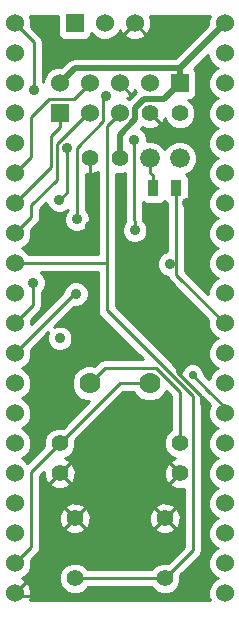
<source format=gbl>
G04 (created by PCBNEW (2013-mar-13)-testing) date Wed 17 Sep 2014 03:38:06 PM PDT*
%MOIN*%
G04 Gerber Fmt 3.4, Leading zero omitted, Abs format*
%FSLAX34Y34*%
G01*
G70*
G90*
G04 APERTURE LIST*
%ADD10C,0.005906*%
%ADD11C,0.055000*%
%ADD12C,0.066000*%
%ADD13R,0.060000X0.060000*%
%ADD14C,0.060000*%
%ADD15C,0.070000*%
%ADD16R,0.035000X0.055000*%
%ADD17C,0.035000*%
%ADD18C,0.028000*%
%ADD19C,0.010000*%
%ADD20C,0.020000*%
G04 APERTURE END LIST*
G54D10*
G54D11*
X57500Y-32000D03*
X56500Y-32000D03*
X59500Y-41500D03*
X59500Y-42500D03*
X55500Y-41500D03*
X55500Y-42500D03*
G54D12*
X58500Y-32000D03*
X59500Y-32000D03*
G54D13*
X56000Y-27500D03*
G54D14*
X57000Y-27500D03*
X58000Y-27500D03*
X54000Y-27500D03*
X54000Y-28500D03*
X54000Y-29500D03*
X54000Y-30500D03*
X54000Y-31500D03*
X54000Y-32500D03*
X54000Y-33500D03*
X54000Y-34500D03*
X54000Y-35500D03*
X54000Y-36500D03*
X54000Y-37500D03*
X54000Y-38500D03*
X54000Y-39500D03*
X54000Y-40500D03*
X54000Y-41500D03*
X54000Y-42500D03*
X54000Y-43500D03*
X54000Y-44500D03*
X54000Y-45500D03*
X54000Y-46500D03*
G54D13*
X55500Y-30500D03*
G54D14*
X55500Y-29500D03*
X56500Y-30500D03*
X56500Y-29500D03*
X57500Y-30500D03*
X57500Y-29500D03*
X61000Y-27500D03*
X61000Y-28500D03*
X61000Y-29500D03*
X61000Y-30500D03*
X61000Y-31500D03*
X61000Y-32500D03*
X61000Y-33500D03*
X61000Y-34500D03*
X61000Y-35500D03*
X61000Y-36500D03*
X61000Y-37500D03*
X61000Y-38500D03*
X61000Y-39500D03*
X61000Y-40500D03*
X61000Y-41500D03*
X61000Y-42500D03*
X61000Y-43500D03*
X61000Y-44500D03*
X61000Y-45500D03*
X61000Y-46500D03*
G54D11*
X59500Y-30500D03*
X58500Y-30500D03*
X59000Y-44000D03*
X59000Y-46000D03*
X56000Y-44000D03*
X56000Y-46000D03*
G54D15*
X56500Y-39500D03*
X58500Y-39500D03*
G54D13*
X59500Y-29500D03*
G54D14*
X58500Y-29500D03*
G54D16*
X59375Y-33000D03*
X58625Y-33000D03*
G54D17*
X55500Y-38000D03*
X57800Y-35400D03*
X56500Y-34250D03*
X57500Y-44000D03*
X57314Y-38333D03*
X59750Y-33500D03*
X54632Y-29728D03*
X55727Y-31671D03*
X55484Y-33397D03*
G54D18*
X59928Y-39228D03*
G54D17*
X56074Y-34035D03*
X57052Y-29937D03*
X58000Y-34400D03*
X57975Y-31378D03*
X54615Y-36150D03*
X56036Y-36521D03*
X59162Y-35523D03*
G54D19*
X54800Y-46600D02*
X54100Y-46600D01*
X54100Y-46600D02*
X54000Y-46500D01*
X60200Y-40200D02*
X60400Y-40400D01*
X59400Y-39119D02*
X60200Y-39919D01*
X60200Y-39919D02*
X60200Y-40200D01*
X59400Y-37400D02*
X59400Y-39000D01*
X58800Y-36800D02*
X59400Y-37400D01*
X58800Y-36400D02*
X58800Y-36800D01*
X57800Y-35400D02*
X58800Y-36400D01*
X59400Y-39000D02*
X59400Y-39119D01*
X60400Y-40400D02*
X60400Y-40800D01*
X56500Y-34250D02*
X56500Y-32000D01*
X58500Y-32449D02*
X58500Y-32000D01*
X58625Y-32574D02*
X58500Y-32449D01*
X58625Y-33000D02*
X58625Y-32574D01*
X54632Y-28132D02*
X54632Y-29728D01*
X54000Y-27500D02*
X54632Y-28132D01*
X55727Y-33154D02*
X55727Y-31671D01*
X55484Y-33397D02*
X55727Y-33154D01*
X54549Y-31950D02*
X54000Y-32500D01*
X54549Y-30625D02*
X54549Y-31950D01*
X55147Y-30027D02*
X54549Y-30625D01*
X55972Y-30027D02*
X55147Y-30027D01*
X56500Y-29500D02*
X55972Y-30027D01*
X55500Y-30500D02*
X55500Y-30950D01*
X55199Y-32300D02*
X54000Y-33500D01*
X55199Y-31250D02*
X55199Y-32300D01*
X55500Y-30950D02*
X55199Y-31250D01*
X54549Y-33950D02*
X54000Y-34500D01*
X54549Y-33564D02*
X54549Y-33950D01*
X55402Y-32711D02*
X54549Y-33564D01*
X55402Y-31536D02*
X55402Y-32711D01*
X56438Y-30500D02*
X55402Y-31536D01*
X56500Y-30500D02*
X56438Y-30500D01*
X61000Y-40300D02*
X60450Y-39750D01*
X60450Y-39750D02*
X59928Y-39228D01*
X56950Y-30039D02*
X57052Y-29937D01*
X56950Y-30766D02*
X56950Y-30039D01*
X56074Y-31642D02*
X56950Y-30766D01*
X56074Y-34035D02*
X56074Y-31642D01*
X57975Y-33738D02*
X57975Y-31378D01*
X58000Y-34400D02*
X57975Y-33738D01*
X54615Y-36884D02*
X54615Y-36150D01*
X54000Y-37500D02*
X54615Y-36884D01*
X55978Y-36521D02*
X56036Y-36521D01*
X54000Y-38500D02*
X55978Y-36521D01*
X59375Y-33000D02*
X59375Y-35523D01*
X59375Y-35875D02*
X61000Y-37500D01*
X59375Y-35523D02*
X59375Y-35875D01*
X59375Y-35523D02*
X59162Y-35523D01*
X56000Y-46000D02*
X59000Y-46000D01*
X57061Y-35500D02*
X54000Y-35500D01*
X57061Y-30938D02*
X57061Y-35500D01*
X57500Y-30500D02*
X57061Y-30938D01*
X59927Y-45072D02*
X59000Y-46000D01*
X59927Y-39929D02*
X59927Y-45072D01*
X57061Y-37063D02*
X59927Y-39929D01*
X57061Y-35500D02*
X57061Y-37063D01*
G54D20*
X58975Y-30024D02*
X59500Y-29500D01*
X58300Y-30024D02*
X58975Y-30024D01*
X58017Y-30307D02*
X58300Y-30024D01*
X58017Y-30704D02*
X58017Y-30307D01*
X57500Y-31222D02*
X58017Y-30704D01*
X57500Y-32000D02*
X57500Y-31222D01*
X59500Y-28999D02*
X61000Y-27500D01*
X59500Y-28999D02*
X59500Y-28999D01*
X59500Y-29500D02*
X59500Y-28999D01*
X56000Y-28999D02*
X59500Y-28999D01*
X55500Y-29500D02*
X56000Y-28999D01*
G54D19*
X57500Y-39500D02*
X55500Y-41500D01*
X58500Y-39500D02*
X57500Y-39500D01*
X54549Y-44950D02*
X54000Y-45500D01*
X54549Y-42450D02*
X54549Y-44950D01*
X55500Y-41500D02*
X54549Y-42450D01*
X59500Y-39789D02*
X59500Y-41500D01*
X58705Y-38995D02*
X59500Y-39789D01*
X57004Y-38995D02*
X58705Y-38995D01*
X56500Y-39500D02*
X57004Y-38995D01*
G54D10*
G36*
X56505Y-32005D02*
X56505Y-32005D01*
X56500Y-32000D01*
X56494Y-32005D01*
X56494Y-32005D01*
X56499Y-32000D01*
X56494Y-31994D01*
X56494Y-31994D01*
X56500Y-31999D01*
X56505Y-31994D01*
X56505Y-31994D01*
X56500Y-32000D01*
X56505Y-32005D01*
X56505Y-32005D01*
G37*
G54D19*
X56505Y-32005D02*
X56505Y-32005D01*
X56500Y-32000D01*
X56494Y-32005D01*
X56494Y-32005D01*
X56499Y-32000D01*
X56494Y-31994D01*
X56494Y-31994D01*
X56500Y-31999D01*
X56505Y-31994D01*
X56505Y-31994D01*
X56500Y-32000D01*
X56505Y-32005D01*
G54D10*
G36*
X56761Y-35200D02*
X54471Y-35200D01*
X54466Y-35188D01*
X54311Y-35034D01*
X54230Y-35000D01*
X54311Y-34966D01*
X54465Y-34811D01*
X54549Y-34609D01*
X54550Y-34391D01*
X54545Y-34379D01*
X54761Y-34162D01*
X54761Y-34162D01*
X54800Y-34103D01*
X54827Y-34064D01*
X54827Y-34064D01*
X54849Y-33950D01*
X54849Y-33688D01*
X55059Y-33478D01*
X55059Y-33481D01*
X55124Y-33637D01*
X55243Y-33757D01*
X55399Y-33822D01*
X55569Y-33822D01*
X55725Y-33758D01*
X55774Y-33709D01*
X55774Y-33733D01*
X55714Y-33793D01*
X55649Y-33950D01*
X55649Y-34119D01*
X55713Y-34275D01*
X55833Y-34395D01*
X55989Y-34459D01*
X56158Y-34460D01*
X56314Y-34395D01*
X56434Y-34276D01*
X56499Y-34119D01*
X56499Y-33950D01*
X56434Y-33794D01*
X56374Y-33733D01*
X56374Y-32520D01*
X56375Y-32520D01*
X56583Y-32528D01*
X56761Y-32463D01*
X56761Y-35200D01*
X56761Y-35200D01*
G37*
G54D19*
X56761Y-35200D02*
X54471Y-35200D01*
X54466Y-35188D01*
X54311Y-35034D01*
X54230Y-35000D01*
X54311Y-34966D01*
X54465Y-34811D01*
X54549Y-34609D01*
X54550Y-34391D01*
X54545Y-34379D01*
X54761Y-34162D01*
X54761Y-34162D01*
X54800Y-34103D01*
X54827Y-34064D01*
X54827Y-34064D01*
X54849Y-33950D01*
X54849Y-33688D01*
X55059Y-33478D01*
X55059Y-33481D01*
X55124Y-33637D01*
X55243Y-33757D01*
X55399Y-33822D01*
X55569Y-33822D01*
X55725Y-33758D01*
X55774Y-33709D01*
X55774Y-33733D01*
X55714Y-33793D01*
X55649Y-33950D01*
X55649Y-34119D01*
X55713Y-34275D01*
X55833Y-34395D01*
X55989Y-34459D01*
X56158Y-34460D01*
X56314Y-34395D01*
X56434Y-34276D01*
X56499Y-34119D01*
X56499Y-33950D01*
X56434Y-33794D01*
X56374Y-33733D01*
X56374Y-32520D01*
X56375Y-32520D01*
X56583Y-32528D01*
X56761Y-32463D01*
X56761Y-35200D01*
G54D10*
G36*
X58027Y-29802D02*
X57800Y-30029D01*
X57731Y-30000D01*
X57793Y-29978D01*
X57829Y-29953D01*
X57852Y-29852D01*
X57500Y-29500D01*
X57494Y-29505D01*
X57494Y-29505D01*
X57499Y-29500D01*
X57494Y-29494D01*
X57494Y-29494D01*
X57500Y-29499D01*
X57505Y-29494D01*
X57505Y-29494D01*
X57500Y-29500D01*
X57852Y-29852D01*
X57953Y-29829D01*
X57999Y-29731D01*
X58021Y-29793D01*
X58027Y-29802D01*
X58027Y-29802D01*
G37*
G54D19*
X58027Y-29802D02*
X57800Y-30029D01*
X57731Y-30000D01*
X57793Y-29978D01*
X57829Y-29953D01*
X57852Y-29852D01*
X57500Y-29500D01*
X57494Y-29505D01*
X57494Y-29505D01*
X57499Y-29500D01*
X57494Y-29494D01*
X57494Y-29494D01*
X57500Y-29499D01*
X57505Y-29494D01*
X57505Y-29494D01*
X57500Y-29500D01*
X57852Y-29852D01*
X57953Y-29829D01*
X57999Y-29731D01*
X58021Y-29793D01*
X58027Y-29802D01*
G54D10*
G36*
X58269Y-38695D02*
X57004Y-38695D01*
X56889Y-38718D01*
X56792Y-38783D01*
X56659Y-38916D01*
X56619Y-38900D01*
X56381Y-38899D01*
X56160Y-38991D01*
X55991Y-39159D01*
X55900Y-39380D01*
X55899Y-39618D01*
X55991Y-39839D01*
X56159Y-40008D01*
X56380Y-40099D01*
X56475Y-40099D01*
X55600Y-40975D01*
X55396Y-40974D01*
X55203Y-41054D01*
X55055Y-41202D01*
X54975Y-41395D01*
X54974Y-41600D01*
X54426Y-42148D01*
X54311Y-42034D01*
X54230Y-42000D01*
X54311Y-41966D01*
X54465Y-41811D01*
X54549Y-41609D01*
X54550Y-41391D01*
X54466Y-41188D01*
X54311Y-41034D01*
X54230Y-41000D01*
X54311Y-40966D01*
X54465Y-40811D01*
X54549Y-40609D01*
X54550Y-40391D01*
X54466Y-40188D01*
X54311Y-40034D01*
X54230Y-40000D01*
X54311Y-39966D01*
X54465Y-39811D01*
X54549Y-39609D01*
X54550Y-39391D01*
X54466Y-39188D01*
X54311Y-39034D01*
X54230Y-39000D01*
X54311Y-38966D01*
X54465Y-38811D01*
X54549Y-38609D01*
X54550Y-38391D01*
X54545Y-38379D01*
X55121Y-37802D01*
X55075Y-37915D01*
X55074Y-38084D01*
X55139Y-38240D01*
X55258Y-38360D01*
X55415Y-38424D01*
X55584Y-38425D01*
X55740Y-38360D01*
X55860Y-38241D01*
X55924Y-38084D01*
X55925Y-37915D01*
X55860Y-37759D01*
X55741Y-37639D01*
X55584Y-37575D01*
X55415Y-37574D01*
X55302Y-37621D01*
X55978Y-36946D01*
X56120Y-36946D01*
X56276Y-36881D01*
X56396Y-36762D01*
X56461Y-36606D01*
X56461Y-36437D01*
X56396Y-36280D01*
X56277Y-36161D01*
X56121Y-36096D01*
X55952Y-36096D01*
X55795Y-36160D01*
X55676Y-36280D01*
X55611Y-36436D01*
X55611Y-36464D01*
X54549Y-37525D01*
X54550Y-37391D01*
X54545Y-37379D01*
X54827Y-37096D01*
X54892Y-36998D01*
X54892Y-36998D01*
X54915Y-36884D01*
X54915Y-36451D01*
X54975Y-36391D01*
X55040Y-36235D01*
X55040Y-36065D01*
X54976Y-35909D01*
X54866Y-35800D01*
X56761Y-35800D01*
X56761Y-37063D01*
X56784Y-37178D01*
X56849Y-37275D01*
X58269Y-38695D01*
X58269Y-38695D01*
G37*
G54D19*
X58269Y-38695D02*
X57004Y-38695D01*
X56889Y-38718D01*
X56792Y-38783D01*
X56659Y-38916D01*
X56619Y-38900D01*
X56381Y-38899D01*
X56160Y-38991D01*
X55991Y-39159D01*
X55900Y-39380D01*
X55899Y-39618D01*
X55991Y-39839D01*
X56159Y-40008D01*
X56380Y-40099D01*
X56475Y-40099D01*
X55600Y-40975D01*
X55396Y-40974D01*
X55203Y-41054D01*
X55055Y-41202D01*
X54975Y-41395D01*
X54974Y-41600D01*
X54426Y-42148D01*
X54311Y-42034D01*
X54230Y-42000D01*
X54311Y-41966D01*
X54465Y-41811D01*
X54549Y-41609D01*
X54550Y-41391D01*
X54466Y-41188D01*
X54311Y-41034D01*
X54230Y-41000D01*
X54311Y-40966D01*
X54465Y-40811D01*
X54549Y-40609D01*
X54550Y-40391D01*
X54466Y-40188D01*
X54311Y-40034D01*
X54230Y-40000D01*
X54311Y-39966D01*
X54465Y-39811D01*
X54549Y-39609D01*
X54550Y-39391D01*
X54466Y-39188D01*
X54311Y-39034D01*
X54230Y-39000D01*
X54311Y-38966D01*
X54465Y-38811D01*
X54549Y-38609D01*
X54550Y-38391D01*
X54545Y-38379D01*
X55121Y-37802D01*
X55075Y-37915D01*
X55074Y-38084D01*
X55139Y-38240D01*
X55258Y-38360D01*
X55415Y-38424D01*
X55584Y-38425D01*
X55740Y-38360D01*
X55860Y-38241D01*
X55924Y-38084D01*
X55925Y-37915D01*
X55860Y-37759D01*
X55741Y-37639D01*
X55584Y-37575D01*
X55415Y-37574D01*
X55302Y-37621D01*
X55978Y-36946D01*
X56120Y-36946D01*
X56276Y-36881D01*
X56396Y-36762D01*
X56461Y-36606D01*
X56461Y-36437D01*
X56396Y-36280D01*
X56277Y-36161D01*
X56121Y-36096D01*
X55952Y-36096D01*
X55795Y-36160D01*
X55676Y-36280D01*
X55611Y-36436D01*
X55611Y-36464D01*
X54549Y-37525D01*
X54550Y-37391D01*
X54545Y-37379D01*
X54827Y-37096D01*
X54892Y-36998D01*
X54892Y-36998D01*
X54915Y-36884D01*
X54915Y-36451D01*
X54975Y-36391D01*
X55040Y-36235D01*
X55040Y-36065D01*
X54976Y-35909D01*
X54866Y-35800D01*
X56761Y-35800D01*
X56761Y-37063D01*
X56784Y-37178D01*
X56849Y-37275D01*
X58269Y-38695D01*
G54D10*
G36*
X58505Y-29505D02*
X58505Y-29505D01*
X58500Y-29500D01*
X58494Y-29505D01*
X58494Y-29505D01*
X58499Y-29500D01*
X58494Y-29494D01*
X58494Y-29494D01*
X58500Y-29499D01*
X58505Y-29494D01*
X58505Y-29494D01*
X58500Y-29500D01*
X58505Y-29505D01*
X58505Y-29505D01*
G37*
G54D19*
X58505Y-29505D02*
X58505Y-29505D01*
X58500Y-29500D01*
X58494Y-29505D01*
X58494Y-29505D01*
X58499Y-29500D01*
X58494Y-29494D01*
X58494Y-29494D01*
X58500Y-29499D01*
X58505Y-29494D01*
X58505Y-29494D01*
X58500Y-29500D01*
X58505Y-29505D01*
G54D10*
G36*
X60500Y-27269D02*
X60450Y-27390D01*
X60449Y-27555D01*
X59355Y-28649D01*
X58352Y-28649D01*
X58352Y-27852D01*
X58000Y-27500D01*
X57647Y-27852D01*
X57670Y-27953D01*
X57869Y-28045D01*
X58087Y-28053D01*
X58293Y-27978D01*
X58329Y-27953D01*
X58352Y-27852D01*
X58352Y-28649D01*
X56000Y-28649D01*
X55866Y-28676D01*
X55752Y-28752D01*
X55554Y-28950D01*
X55391Y-28949D01*
X55188Y-29033D01*
X55034Y-29188D01*
X54950Y-29390D01*
X54950Y-29445D01*
X54932Y-29427D01*
X54932Y-28132D01*
X54909Y-28017D01*
X54909Y-28017D01*
X54883Y-27978D01*
X54844Y-27920D01*
X54545Y-27621D01*
X54549Y-27609D01*
X54550Y-27391D01*
X54499Y-27269D01*
X55450Y-27269D01*
X55450Y-27849D01*
X55488Y-27941D01*
X55558Y-28011D01*
X55650Y-28050D01*
X55749Y-28050D01*
X56349Y-28050D01*
X56441Y-28011D01*
X56511Y-27941D01*
X56550Y-27849D01*
X56550Y-27827D01*
X56688Y-27965D01*
X56890Y-28049D01*
X57108Y-28050D01*
X57311Y-27966D01*
X57465Y-27811D01*
X57499Y-27731D01*
X57521Y-27793D01*
X57546Y-27829D01*
X57647Y-27852D01*
X57999Y-27500D01*
X57994Y-27494D01*
X57994Y-27494D01*
X58000Y-27499D01*
X58005Y-27494D01*
X58005Y-27494D01*
X58000Y-27500D01*
X58352Y-27852D01*
X58453Y-27829D01*
X58545Y-27630D01*
X58553Y-27412D01*
X58501Y-27269D01*
X60500Y-27269D01*
X60500Y-27269D01*
G37*
G54D19*
X60500Y-27269D02*
X60450Y-27390D01*
X60449Y-27555D01*
X59355Y-28649D01*
X58352Y-28649D01*
X58352Y-27852D01*
X58000Y-27500D01*
X57647Y-27852D01*
X57670Y-27953D01*
X57869Y-28045D01*
X58087Y-28053D01*
X58293Y-27978D01*
X58329Y-27953D01*
X58352Y-27852D01*
X58352Y-28649D01*
X56000Y-28649D01*
X55866Y-28676D01*
X55752Y-28752D01*
X55554Y-28950D01*
X55391Y-28949D01*
X55188Y-29033D01*
X55034Y-29188D01*
X54950Y-29390D01*
X54950Y-29445D01*
X54932Y-29427D01*
X54932Y-28132D01*
X54909Y-28017D01*
X54909Y-28017D01*
X54883Y-27978D01*
X54844Y-27920D01*
X54545Y-27621D01*
X54549Y-27609D01*
X54550Y-27391D01*
X54499Y-27269D01*
X55450Y-27269D01*
X55450Y-27849D01*
X55488Y-27941D01*
X55558Y-28011D01*
X55650Y-28050D01*
X55749Y-28050D01*
X56349Y-28050D01*
X56441Y-28011D01*
X56511Y-27941D01*
X56550Y-27849D01*
X56550Y-27827D01*
X56688Y-27965D01*
X56890Y-28049D01*
X57108Y-28050D01*
X57311Y-27966D01*
X57465Y-27811D01*
X57499Y-27731D01*
X57521Y-27793D01*
X57546Y-27829D01*
X57647Y-27852D01*
X57999Y-27500D01*
X57994Y-27494D01*
X57994Y-27494D01*
X58000Y-27499D01*
X58005Y-27494D01*
X58005Y-27494D01*
X58000Y-27500D01*
X58352Y-27852D01*
X58453Y-27829D01*
X58545Y-27630D01*
X58553Y-27412D01*
X58501Y-27269D01*
X60500Y-27269D01*
G54D10*
G36*
X60769Y-35999D02*
X60688Y-36033D01*
X60534Y-36188D01*
X60450Y-36390D01*
X60449Y-36525D01*
X59675Y-35750D01*
X59675Y-35523D01*
X59675Y-33493D01*
X59691Y-33486D01*
X59761Y-33416D01*
X59800Y-33324D01*
X59800Y-33225D01*
X59800Y-32675D01*
X59761Y-32583D01*
X59716Y-32538D01*
X59828Y-32491D01*
X59991Y-32328D01*
X60079Y-32115D01*
X60080Y-31885D01*
X59991Y-31671D01*
X59828Y-31508D01*
X59615Y-31420D01*
X59385Y-31419D01*
X59171Y-31508D01*
X59008Y-31671D01*
X59000Y-31691D01*
X58991Y-31671D01*
X58828Y-31508D01*
X58615Y-31420D01*
X58400Y-31419D01*
X58401Y-31294D01*
X58336Y-31137D01*
X58217Y-31018D01*
X58204Y-31012D01*
X58252Y-30964D01*
X58375Y-31020D01*
X58583Y-31028D01*
X58779Y-30956D01*
X58814Y-30933D01*
X58834Y-30834D01*
X58500Y-30500D01*
X58494Y-30505D01*
X58494Y-30505D01*
X58499Y-30500D01*
X58494Y-30494D01*
X58494Y-30494D01*
X58500Y-30499D01*
X58505Y-30494D01*
X58505Y-30494D01*
X58500Y-30500D01*
X58834Y-30834D01*
X58933Y-30814D01*
X59001Y-30667D01*
X59054Y-30797D01*
X59202Y-30944D01*
X59395Y-31024D01*
X59603Y-31025D01*
X59797Y-30945D01*
X59944Y-30797D01*
X60024Y-30604D01*
X60025Y-30396D01*
X59945Y-30203D01*
X59797Y-30055D01*
X59785Y-30050D01*
X59849Y-30050D01*
X59941Y-30011D01*
X60011Y-29941D01*
X60050Y-29849D01*
X60050Y-29750D01*
X60050Y-29150D01*
X60011Y-29058D01*
X59974Y-29020D01*
X60449Y-28545D01*
X60449Y-28608D01*
X60533Y-28811D01*
X60688Y-28965D01*
X60769Y-28999D01*
X60688Y-29033D01*
X60534Y-29188D01*
X60450Y-29390D01*
X60449Y-29608D01*
X60533Y-29811D01*
X60688Y-29965D01*
X60769Y-29999D01*
X60688Y-30033D01*
X60534Y-30188D01*
X60450Y-30390D01*
X60449Y-30608D01*
X60533Y-30811D01*
X60688Y-30965D01*
X60769Y-30999D01*
X60688Y-31033D01*
X60534Y-31188D01*
X60450Y-31390D01*
X60449Y-31608D01*
X60533Y-31811D01*
X60688Y-31965D01*
X60769Y-31999D01*
X60688Y-32033D01*
X60534Y-32188D01*
X60450Y-32390D01*
X60449Y-32608D01*
X60533Y-32811D01*
X60688Y-32965D01*
X60769Y-32999D01*
X60688Y-33033D01*
X60534Y-33188D01*
X60450Y-33390D01*
X60449Y-33608D01*
X60533Y-33811D01*
X60688Y-33965D01*
X60769Y-33999D01*
X60688Y-34033D01*
X60534Y-34188D01*
X60450Y-34390D01*
X60449Y-34608D01*
X60533Y-34811D01*
X60688Y-34965D01*
X60769Y-34999D01*
X60688Y-35033D01*
X60534Y-35188D01*
X60450Y-35390D01*
X60449Y-35608D01*
X60533Y-35811D01*
X60688Y-35965D01*
X60769Y-35999D01*
X60769Y-35999D01*
G37*
G54D19*
X60769Y-35999D02*
X60688Y-36033D01*
X60534Y-36188D01*
X60450Y-36390D01*
X60449Y-36525D01*
X59675Y-35750D01*
X59675Y-35523D01*
X59675Y-33493D01*
X59691Y-33486D01*
X59761Y-33416D01*
X59800Y-33324D01*
X59800Y-33225D01*
X59800Y-32675D01*
X59761Y-32583D01*
X59716Y-32538D01*
X59828Y-32491D01*
X59991Y-32328D01*
X60079Y-32115D01*
X60080Y-31885D01*
X59991Y-31671D01*
X59828Y-31508D01*
X59615Y-31420D01*
X59385Y-31419D01*
X59171Y-31508D01*
X59008Y-31671D01*
X59000Y-31691D01*
X58991Y-31671D01*
X58828Y-31508D01*
X58615Y-31420D01*
X58400Y-31419D01*
X58401Y-31294D01*
X58336Y-31137D01*
X58217Y-31018D01*
X58204Y-31012D01*
X58252Y-30964D01*
X58375Y-31020D01*
X58583Y-31028D01*
X58779Y-30956D01*
X58814Y-30933D01*
X58834Y-30834D01*
X58500Y-30500D01*
X58494Y-30505D01*
X58494Y-30505D01*
X58499Y-30500D01*
X58494Y-30494D01*
X58494Y-30494D01*
X58500Y-30499D01*
X58505Y-30494D01*
X58505Y-30494D01*
X58500Y-30500D01*
X58834Y-30834D01*
X58933Y-30814D01*
X59001Y-30667D01*
X59054Y-30797D01*
X59202Y-30944D01*
X59395Y-31024D01*
X59603Y-31025D01*
X59797Y-30945D01*
X59944Y-30797D01*
X60024Y-30604D01*
X60025Y-30396D01*
X59945Y-30203D01*
X59797Y-30055D01*
X59785Y-30050D01*
X59849Y-30050D01*
X59941Y-30011D01*
X60011Y-29941D01*
X60050Y-29849D01*
X60050Y-29750D01*
X60050Y-29150D01*
X60011Y-29058D01*
X59974Y-29020D01*
X60449Y-28545D01*
X60449Y-28608D01*
X60533Y-28811D01*
X60688Y-28965D01*
X60769Y-28999D01*
X60688Y-29033D01*
X60534Y-29188D01*
X60450Y-29390D01*
X60449Y-29608D01*
X60533Y-29811D01*
X60688Y-29965D01*
X60769Y-29999D01*
X60688Y-30033D01*
X60534Y-30188D01*
X60450Y-30390D01*
X60449Y-30608D01*
X60533Y-30811D01*
X60688Y-30965D01*
X60769Y-30999D01*
X60688Y-31033D01*
X60534Y-31188D01*
X60450Y-31390D01*
X60449Y-31608D01*
X60533Y-31811D01*
X60688Y-31965D01*
X60769Y-31999D01*
X60688Y-32033D01*
X60534Y-32188D01*
X60450Y-32390D01*
X60449Y-32608D01*
X60533Y-32811D01*
X60688Y-32965D01*
X60769Y-32999D01*
X60688Y-33033D01*
X60534Y-33188D01*
X60450Y-33390D01*
X60449Y-33608D01*
X60533Y-33811D01*
X60688Y-33965D01*
X60769Y-33999D01*
X60688Y-34033D01*
X60534Y-34188D01*
X60450Y-34390D01*
X60449Y-34608D01*
X60533Y-34811D01*
X60688Y-34965D01*
X60769Y-34999D01*
X60688Y-35033D01*
X60534Y-35188D01*
X60450Y-35390D01*
X60449Y-35608D01*
X60533Y-35811D01*
X60688Y-35965D01*
X60769Y-35999D01*
G54D10*
G36*
X60769Y-38999D02*
X60688Y-39033D01*
X60534Y-39188D01*
X60468Y-39344D01*
X60318Y-39194D01*
X60318Y-39151D01*
X60259Y-39008D01*
X60149Y-38898D01*
X60006Y-38838D01*
X59851Y-38838D01*
X59708Y-38897D01*
X59598Y-39007D01*
X59548Y-39126D01*
X57361Y-36939D01*
X57361Y-35500D01*
X57361Y-32510D01*
X57395Y-32524D01*
X57603Y-32525D01*
X57675Y-32495D01*
X57675Y-33738D01*
X57677Y-33743D01*
X57676Y-33748D01*
X57689Y-34109D01*
X57639Y-34158D01*
X57575Y-34315D01*
X57574Y-34484D01*
X57639Y-34640D01*
X57758Y-34760D01*
X57915Y-34824D01*
X58084Y-34825D01*
X58240Y-34760D01*
X58360Y-34641D01*
X58424Y-34484D01*
X58425Y-34315D01*
X58360Y-34159D01*
X58288Y-34087D01*
X58275Y-33732D01*
X58275Y-33454D01*
X58308Y-33486D01*
X58400Y-33525D01*
X58499Y-33525D01*
X58849Y-33525D01*
X58941Y-33486D01*
X59000Y-33428D01*
X59058Y-33486D01*
X59075Y-33493D01*
X59075Y-35099D01*
X58922Y-35162D01*
X58802Y-35282D01*
X58737Y-35438D01*
X58737Y-35607D01*
X58801Y-35763D01*
X58921Y-35883D01*
X59077Y-35948D01*
X59089Y-35948D01*
X59097Y-35989D01*
X59162Y-36087D01*
X60454Y-37378D01*
X60450Y-37390D01*
X60449Y-37608D01*
X60533Y-37811D01*
X60688Y-37965D01*
X60769Y-37999D01*
X60688Y-38033D01*
X60534Y-38188D01*
X60450Y-38390D01*
X60449Y-38608D01*
X60533Y-38811D01*
X60688Y-38965D01*
X60769Y-38999D01*
X60769Y-38999D01*
G37*
G54D19*
X60769Y-38999D02*
X60688Y-39033D01*
X60534Y-39188D01*
X60468Y-39344D01*
X60318Y-39194D01*
X60318Y-39151D01*
X60259Y-39008D01*
X60149Y-38898D01*
X60006Y-38838D01*
X59851Y-38838D01*
X59708Y-38897D01*
X59598Y-39007D01*
X59548Y-39126D01*
X57361Y-36939D01*
X57361Y-35500D01*
X57361Y-32510D01*
X57395Y-32524D01*
X57603Y-32525D01*
X57675Y-32495D01*
X57675Y-33738D01*
X57677Y-33743D01*
X57676Y-33748D01*
X57689Y-34109D01*
X57639Y-34158D01*
X57575Y-34315D01*
X57574Y-34484D01*
X57639Y-34640D01*
X57758Y-34760D01*
X57915Y-34824D01*
X58084Y-34825D01*
X58240Y-34760D01*
X58360Y-34641D01*
X58424Y-34484D01*
X58425Y-34315D01*
X58360Y-34159D01*
X58288Y-34087D01*
X58275Y-33732D01*
X58275Y-33454D01*
X58308Y-33486D01*
X58400Y-33525D01*
X58499Y-33525D01*
X58849Y-33525D01*
X58941Y-33486D01*
X59000Y-33428D01*
X59058Y-33486D01*
X59075Y-33493D01*
X59075Y-35099D01*
X58922Y-35162D01*
X58802Y-35282D01*
X58737Y-35438D01*
X58737Y-35607D01*
X58801Y-35763D01*
X58921Y-35883D01*
X59077Y-35948D01*
X59089Y-35948D01*
X59097Y-35989D01*
X59162Y-36087D01*
X60454Y-37378D01*
X60450Y-37390D01*
X60449Y-37608D01*
X60533Y-37811D01*
X60688Y-37965D01*
X60769Y-37999D01*
X60688Y-38033D01*
X60534Y-38188D01*
X60450Y-38390D01*
X60449Y-38608D01*
X60533Y-38811D01*
X60688Y-38965D01*
X60769Y-38999D01*
G54D10*
G36*
X60769Y-45999D02*
X60688Y-46033D01*
X60534Y-46188D01*
X60450Y-46390D01*
X60449Y-46608D01*
X60500Y-46730D01*
X54499Y-46730D01*
X54545Y-46630D01*
X54553Y-46412D01*
X54478Y-46206D01*
X54453Y-46170D01*
X54352Y-46147D01*
X54000Y-46500D01*
X54005Y-46505D01*
X54005Y-46505D01*
X54000Y-46500D01*
X53994Y-46505D01*
X53994Y-46505D01*
X53999Y-46500D01*
X53994Y-46494D01*
X53994Y-46494D01*
X54000Y-46499D01*
X54352Y-46147D01*
X54329Y-46046D01*
X54229Y-46000D01*
X54311Y-45966D01*
X54465Y-45811D01*
X54549Y-45609D01*
X54550Y-45391D01*
X54545Y-45379D01*
X54761Y-45162D01*
X54761Y-45162D01*
X54800Y-45103D01*
X54827Y-45064D01*
X54827Y-45064D01*
X54849Y-44950D01*
X54849Y-42574D01*
X54976Y-42447D01*
X54971Y-42583D01*
X55043Y-42779D01*
X55066Y-42814D01*
X55165Y-42834D01*
X55499Y-42500D01*
X55494Y-42494D01*
X55494Y-42494D01*
X55500Y-42499D01*
X55834Y-42165D01*
X55814Y-42066D01*
X55667Y-41998D01*
X55797Y-41945D01*
X55944Y-41797D01*
X56024Y-41604D01*
X56025Y-41399D01*
X57624Y-39800D01*
X57974Y-39800D01*
X57991Y-39839D01*
X58159Y-40008D01*
X58380Y-40099D01*
X58618Y-40100D01*
X58839Y-40008D01*
X59008Y-39840D01*
X59042Y-39756D01*
X59200Y-39913D01*
X59200Y-41057D01*
X59055Y-41202D01*
X58975Y-41395D01*
X58974Y-41603D01*
X59054Y-41797D01*
X59202Y-41944D01*
X59336Y-42000D01*
X59220Y-42043D01*
X59185Y-42066D01*
X59165Y-42165D01*
X59500Y-42499D01*
X59505Y-42494D01*
X59505Y-42494D01*
X59500Y-42500D01*
X59505Y-42505D01*
X59505Y-42505D01*
X59500Y-42500D01*
X59499Y-42500D01*
X59499Y-42500D01*
X59165Y-42165D01*
X59066Y-42185D01*
X58979Y-42375D01*
X58971Y-42583D01*
X59043Y-42779D01*
X59066Y-42814D01*
X59165Y-42834D01*
X59499Y-42500D01*
X59499Y-42500D01*
X59165Y-42834D01*
X59185Y-42933D01*
X59375Y-43020D01*
X59583Y-43028D01*
X59627Y-43012D01*
X59627Y-44947D01*
X59528Y-45047D01*
X59528Y-43916D01*
X59456Y-43720D01*
X59433Y-43685D01*
X59334Y-43665D01*
X59334Y-43666D01*
X59334Y-43665D01*
X59314Y-43566D01*
X59124Y-43479D01*
X58916Y-43471D01*
X58720Y-43543D01*
X58685Y-43566D01*
X58665Y-43665D01*
X59000Y-43999D01*
X59334Y-43665D01*
X59334Y-43666D01*
X59000Y-44000D01*
X59334Y-44334D01*
X59433Y-44314D01*
X59520Y-44124D01*
X59528Y-43916D01*
X59528Y-45047D01*
X59334Y-45241D01*
X59334Y-44334D01*
X59000Y-44000D01*
X58999Y-44000D01*
X58999Y-44000D01*
X58665Y-43665D01*
X58566Y-43685D01*
X58479Y-43875D01*
X58471Y-44083D01*
X58543Y-44279D01*
X58566Y-44314D01*
X58665Y-44334D01*
X58999Y-44000D01*
X58999Y-44000D01*
X58665Y-44334D01*
X58685Y-44433D01*
X58875Y-44520D01*
X59083Y-44528D01*
X59279Y-44456D01*
X59314Y-44433D01*
X59334Y-44334D01*
X59334Y-45241D01*
X59100Y-45475D01*
X58896Y-45474D01*
X58703Y-45554D01*
X58557Y-45700D01*
X56528Y-45700D01*
X56528Y-43916D01*
X56456Y-43720D01*
X56433Y-43685D01*
X56334Y-43665D01*
X56334Y-43666D01*
X56334Y-43665D01*
X56314Y-43566D01*
X56124Y-43479D01*
X56028Y-43475D01*
X56028Y-42416D01*
X55956Y-42220D01*
X55933Y-42185D01*
X55834Y-42165D01*
X55500Y-42500D01*
X55834Y-42834D01*
X55933Y-42814D01*
X56020Y-42624D01*
X56028Y-42416D01*
X56028Y-43475D01*
X55916Y-43471D01*
X55834Y-43501D01*
X55834Y-42834D01*
X55500Y-42500D01*
X55165Y-42834D01*
X55185Y-42933D01*
X55375Y-43020D01*
X55583Y-43028D01*
X55779Y-42956D01*
X55814Y-42933D01*
X55834Y-42834D01*
X55834Y-43501D01*
X55720Y-43543D01*
X55685Y-43566D01*
X55665Y-43665D01*
X56000Y-43999D01*
X56334Y-43665D01*
X56334Y-43666D01*
X56000Y-44000D01*
X56334Y-44334D01*
X56433Y-44314D01*
X56520Y-44124D01*
X56528Y-43916D01*
X56528Y-45700D01*
X56442Y-45700D01*
X56334Y-45591D01*
X56334Y-44334D01*
X56000Y-44000D01*
X55999Y-44000D01*
X55999Y-44000D01*
X55665Y-43665D01*
X55566Y-43685D01*
X55479Y-43875D01*
X55471Y-44083D01*
X55543Y-44279D01*
X55566Y-44314D01*
X55665Y-44334D01*
X55999Y-44000D01*
X55999Y-44000D01*
X55665Y-44334D01*
X55685Y-44433D01*
X55875Y-44520D01*
X56083Y-44528D01*
X56279Y-44456D01*
X56314Y-44433D01*
X56334Y-44334D01*
X56334Y-45591D01*
X56297Y-45555D01*
X56104Y-45475D01*
X55896Y-45474D01*
X55703Y-45554D01*
X55555Y-45702D01*
X55475Y-45895D01*
X55474Y-46103D01*
X55554Y-46297D01*
X55702Y-46444D01*
X55895Y-46524D01*
X56103Y-46525D01*
X56297Y-46445D01*
X56442Y-46300D01*
X58557Y-46300D01*
X58702Y-46444D01*
X58895Y-46524D01*
X59103Y-46525D01*
X59297Y-46445D01*
X59444Y-46297D01*
X59524Y-46104D01*
X59525Y-45899D01*
X60139Y-45284D01*
X60204Y-45186D01*
X60227Y-45072D01*
X60227Y-45072D01*
X60227Y-39952D01*
X60237Y-39962D01*
X60237Y-39962D01*
X60513Y-40237D01*
X60450Y-40390D01*
X60449Y-40608D01*
X60533Y-40811D01*
X60688Y-40965D01*
X60769Y-40999D01*
X60688Y-41033D01*
X60534Y-41188D01*
X60450Y-41390D01*
X60449Y-41608D01*
X60533Y-41811D01*
X60688Y-41965D01*
X60769Y-41999D01*
X60688Y-42033D01*
X60534Y-42188D01*
X60450Y-42390D01*
X60449Y-42608D01*
X60533Y-42811D01*
X60688Y-42965D01*
X60769Y-42999D01*
X60688Y-43033D01*
X60534Y-43188D01*
X60450Y-43390D01*
X60449Y-43608D01*
X60533Y-43811D01*
X60688Y-43965D01*
X60769Y-43999D01*
X60688Y-44033D01*
X60534Y-44188D01*
X60450Y-44390D01*
X60449Y-44608D01*
X60533Y-44811D01*
X60688Y-44965D01*
X60769Y-44999D01*
X60688Y-45033D01*
X60534Y-45188D01*
X60450Y-45390D01*
X60449Y-45608D01*
X60533Y-45811D01*
X60688Y-45965D01*
X60769Y-45999D01*
X60769Y-45999D01*
G37*
G54D19*
X60769Y-45999D02*
X60688Y-46033D01*
X60534Y-46188D01*
X60450Y-46390D01*
X60449Y-46608D01*
X60500Y-46730D01*
X54499Y-46730D01*
X54545Y-46630D01*
X54553Y-46412D01*
X54478Y-46206D01*
X54453Y-46170D01*
X54352Y-46147D01*
X54000Y-46500D01*
X54005Y-46505D01*
X54005Y-46505D01*
X54000Y-46500D01*
X53994Y-46505D01*
X53994Y-46505D01*
X53999Y-46500D01*
X53994Y-46494D01*
X53994Y-46494D01*
X54000Y-46499D01*
X54352Y-46147D01*
X54329Y-46046D01*
X54229Y-46000D01*
X54311Y-45966D01*
X54465Y-45811D01*
X54549Y-45609D01*
X54550Y-45391D01*
X54545Y-45379D01*
X54761Y-45162D01*
X54761Y-45162D01*
X54800Y-45103D01*
X54827Y-45064D01*
X54827Y-45064D01*
X54849Y-44950D01*
X54849Y-42574D01*
X54976Y-42447D01*
X54971Y-42583D01*
X55043Y-42779D01*
X55066Y-42814D01*
X55165Y-42834D01*
X55499Y-42500D01*
X55494Y-42494D01*
X55494Y-42494D01*
X55500Y-42499D01*
X55834Y-42165D01*
X55814Y-42066D01*
X55667Y-41998D01*
X55797Y-41945D01*
X55944Y-41797D01*
X56024Y-41604D01*
X56025Y-41399D01*
X57624Y-39800D01*
X57974Y-39800D01*
X57991Y-39839D01*
X58159Y-40008D01*
X58380Y-40099D01*
X58618Y-40100D01*
X58839Y-40008D01*
X59008Y-39840D01*
X59042Y-39756D01*
X59200Y-39913D01*
X59200Y-41057D01*
X59055Y-41202D01*
X58975Y-41395D01*
X58974Y-41603D01*
X59054Y-41797D01*
X59202Y-41944D01*
X59336Y-42000D01*
X59220Y-42043D01*
X59185Y-42066D01*
X59165Y-42165D01*
X59500Y-42499D01*
X59505Y-42494D01*
X59505Y-42494D01*
X59500Y-42500D01*
X59505Y-42505D01*
X59505Y-42505D01*
X59500Y-42500D01*
X59499Y-42500D01*
X59499Y-42500D01*
X59165Y-42165D01*
X59066Y-42185D01*
X58979Y-42375D01*
X58971Y-42583D01*
X59043Y-42779D01*
X59066Y-42814D01*
X59165Y-42834D01*
X59499Y-42500D01*
X59499Y-42500D01*
X59165Y-42834D01*
X59185Y-42933D01*
X59375Y-43020D01*
X59583Y-43028D01*
X59627Y-43012D01*
X59627Y-44947D01*
X59528Y-45047D01*
X59528Y-43916D01*
X59456Y-43720D01*
X59433Y-43685D01*
X59334Y-43665D01*
X59334Y-43666D01*
X59334Y-43665D01*
X59314Y-43566D01*
X59124Y-43479D01*
X58916Y-43471D01*
X58720Y-43543D01*
X58685Y-43566D01*
X58665Y-43665D01*
X59000Y-43999D01*
X59334Y-43665D01*
X59334Y-43666D01*
X59000Y-44000D01*
X59334Y-44334D01*
X59433Y-44314D01*
X59520Y-44124D01*
X59528Y-43916D01*
X59528Y-45047D01*
X59334Y-45241D01*
X59334Y-44334D01*
X59000Y-44000D01*
X58999Y-44000D01*
X58999Y-44000D01*
X58665Y-43665D01*
X58566Y-43685D01*
X58479Y-43875D01*
X58471Y-44083D01*
X58543Y-44279D01*
X58566Y-44314D01*
X58665Y-44334D01*
X58999Y-44000D01*
X58999Y-44000D01*
X58665Y-44334D01*
X58685Y-44433D01*
X58875Y-44520D01*
X59083Y-44528D01*
X59279Y-44456D01*
X59314Y-44433D01*
X59334Y-44334D01*
X59334Y-45241D01*
X59100Y-45475D01*
X58896Y-45474D01*
X58703Y-45554D01*
X58557Y-45700D01*
X56528Y-45700D01*
X56528Y-43916D01*
X56456Y-43720D01*
X56433Y-43685D01*
X56334Y-43665D01*
X56334Y-43666D01*
X56334Y-43665D01*
X56314Y-43566D01*
X56124Y-43479D01*
X56028Y-43475D01*
X56028Y-42416D01*
X55956Y-42220D01*
X55933Y-42185D01*
X55834Y-42165D01*
X55500Y-42500D01*
X55834Y-42834D01*
X55933Y-42814D01*
X56020Y-42624D01*
X56028Y-42416D01*
X56028Y-43475D01*
X55916Y-43471D01*
X55834Y-43501D01*
X55834Y-42834D01*
X55500Y-42500D01*
X55165Y-42834D01*
X55185Y-42933D01*
X55375Y-43020D01*
X55583Y-43028D01*
X55779Y-42956D01*
X55814Y-42933D01*
X55834Y-42834D01*
X55834Y-43501D01*
X55720Y-43543D01*
X55685Y-43566D01*
X55665Y-43665D01*
X56000Y-43999D01*
X56334Y-43665D01*
X56334Y-43666D01*
X56000Y-44000D01*
X56334Y-44334D01*
X56433Y-44314D01*
X56520Y-44124D01*
X56528Y-43916D01*
X56528Y-45700D01*
X56442Y-45700D01*
X56334Y-45591D01*
X56334Y-44334D01*
X56000Y-44000D01*
X55999Y-44000D01*
X55999Y-44000D01*
X55665Y-43665D01*
X55566Y-43685D01*
X55479Y-43875D01*
X55471Y-44083D01*
X55543Y-44279D01*
X55566Y-44314D01*
X55665Y-44334D01*
X55999Y-44000D01*
X55999Y-44000D01*
X55665Y-44334D01*
X55685Y-44433D01*
X55875Y-44520D01*
X56083Y-44528D01*
X56279Y-44456D01*
X56314Y-44433D01*
X56334Y-44334D01*
X56334Y-45591D01*
X56297Y-45555D01*
X56104Y-45475D01*
X55896Y-45474D01*
X55703Y-45554D01*
X55555Y-45702D01*
X55475Y-45895D01*
X55474Y-46103D01*
X55554Y-46297D01*
X55702Y-46444D01*
X55895Y-46524D01*
X56103Y-46525D01*
X56297Y-46445D01*
X56442Y-46300D01*
X58557Y-46300D01*
X58702Y-46444D01*
X58895Y-46524D01*
X59103Y-46525D01*
X59297Y-46445D01*
X59444Y-46297D01*
X59524Y-46104D01*
X59525Y-45899D01*
X60139Y-45284D01*
X60204Y-45186D01*
X60227Y-45072D01*
X60227Y-45072D01*
X60227Y-39952D01*
X60237Y-39962D01*
X60237Y-39962D01*
X60513Y-40237D01*
X60450Y-40390D01*
X60449Y-40608D01*
X60533Y-40811D01*
X60688Y-40965D01*
X60769Y-40999D01*
X60688Y-41033D01*
X60534Y-41188D01*
X60450Y-41390D01*
X60449Y-41608D01*
X60533Y-41811D01*
X60688Y-41965D01*
X60769Y-41999D01*
X60688Y-42033D01*
X60534Y-42188D01*
X60450Y-42390D01*
X60449Y-42608D01*
X60533Y-42811D01*
X60688Y-42965D01*
X60769Y-42999D01*
X60688Y-43033D01*
X60534Y-43188D01*
X60450Y-43390D01*
X60449Y-43608D01*
X60533Y-43811D01*
X60688Y-43965D01*
X60769Y-43999D01*
X60688Y-44033D01*
X60534Y-44188D01*
X60450Y-44390D01*
X60449Y-44608D01*
X60533Y-44811D01*
X60688Y-44965D01*
X60769Y-44999D01*
X60688Y-45033D01*
X60534Y-45188D01*
X60450Y-45390D01*
X60449Y-45608D01*
X60533Y-45811D01*
X60688Y-45965D01*
X60769Y-45999D01*
M02*

</source>
